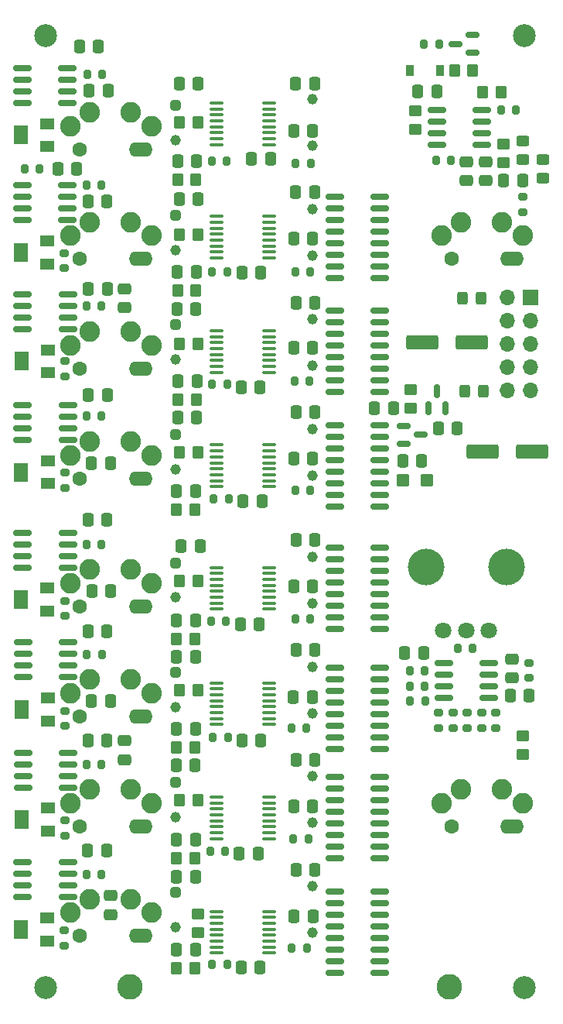
<source format=gbr>
%TF.GenerationSoftware,KiCad,Pcbnew,(6.0.1)*%
%TF.CreationDate,2023-02-18T17:41:42-08:00*%
%TF.ProjectId,pipes,70697065-732e-46b6-9963-61645f706362,rev?*%
%TF.SameCoordinates,Original*%
%TF.FileFunction,Soldermask,Bot*%
%TF.FilePolarity,Negative*%
%FSLAX46Y46*%
G04 Gerber Fmt 4.6, Leading zero omitted, Abs format (unit mm)*
G04 Created by KiCad (PCBNEW (6.0.1)) date 2023-02-18 17:41:42*
%MOMM*%
%LPD*%
G01*
G04 APERTURE LIST*
G04 Aperture macros list*
%AMRoundRect*
0 Rectangle with rounded corners*
0 $1 Rounding radius*
0 $2 $3 $4 $5 $6 $7 $8 $9 X,Y pos of 4 corners*
0 Add a 4 corners polygon primitive as box body*
4,1,4,$2,$3,$4,$5,$6,$7,$8,$9,$2,$3,0*
0 Add four circle primitives for the rounded corners*
1,1,$1+$1,$2,$3*
1,1,$1+$1,$4,$5*
1,1,$1+$1,$6,$7*
1,1,$1+$1,$8,$9*
0 Add four rect primitives between the rounded corners*
20,1,$1+$1,$2,$3,$4,$5,0*
20,1,$1+$1,$4,$5,$6,$7,0*
20,1,$1+$1,$6,$7,$8,$9,0*
20,1,$1+$1,$8,$9,$2,$3,0*%
G04 Aperture macros list end*
%ADD10R,1.600000X1.300000*%
%ADD11R,1.600000X2.000000*%
%ADD12RoundRect,0.200000X-0.275000X0.200000X-0.275000X-0.200000X0.275000X-0.200000X0.275000X0.200000X0*%
%ADD13RoundRect,0.200000X0.200000X0.275000X-0.200000X0.275000X-0.200000X-0.275000X0.200000X-0.275000X0*%
%ADD14RoundRect,0.100000X0.637500X0.100000X-0.637500X0.100000X-0.637500X-0.100000X0.637500X-0.100000X0*%
%ADD15R,0.900000X1.200000*%
%ADD16RoundRect,0.287500X-0.287500X-0.287500X0.287500X-0.287500X0.287500X0.287500X-0.287500X0.287500X0*%
%ADD17C,1.150000*%
%ADD18C,2.500000*%
%ADD19C,4.000000*%
%ADD20C,1.800000*%
%ADD21C,2.250000*%
%ADD22O,2.600000X1.600000*%
%ADD23C,1.600000*%
%ADD24RoundRect,0.150000X-0.587500X-0.150000X0.587500X-0.150000X0.587500X0.150000X-0.587500X0.150000X0*%
%ADD25RoundRect,0.250000X0.350000X0.450000X-0.350000X0.450000X-0.350000X-0.450000X0.350000X-0.450000X0*%
%ADD26RoundRect,0.150000X0.587500X0.150000X-0.587500X0.150000X-0.587500X-0.150000X0.587500X-0.150000X0*%
%ADD27RoundRect,0.250000X0.337500X0.475000X-0.337500X0.475000X-0.337500X-0.475000X0.337500X-0.475000X0*%
%ADD28RoundRect,0.250000X-0.337500X-0.475000X0.337500X-0.475000X0.337500X0.475000X-0.337500X0.475000X0*%
%ADD29RoundRect,0.200000X-0.200000X-0.275000X0.200000X-0.275000X0.200000X0.275000X-0.200000X0.275000X0*%
%ADD30RoundRect,0.250000X-0.450000X-0.425000X0.450000X-0.425000X0.450000X0.425000X-0.450000X0.425000X0*%
%ADD31RoundRect,0.250000X-0.450000X0.350000X-0.450000X-0.350000X0.450000X-0.350000X0.450000X0.350000X0*%
%ADD32RoundRect,0.150000X0.825000X0.150000X-0.825000X0.150000X-0.825000X-0.150000X0.825000X-0.150000X0*%
%ADD33RoundRect,0.250000X-1.500000X-0.550000X1.500000X-0.550000X1.500000X0.550000X-1.500000X0.550000X0*%
%ADD34C,2.800000*%
%ADD35RoundRect,0.150000X0.150000X-0.587500X0.150000X0.587500X-0.150000X0.587500X-0.150000X-0.587500X0*%
%ADD36RoundRect,0.250000X-0.475000X0.337500X-0.475000X-0.337500X0.475000X-0.337500X0.475000X0.337500X0*%
%ADD37RoundRect,0.250000X0.450000X-0.350000X0.450000X0.350000X-0.450000X0.350000X-0.450000X-0.350000X0*%
%ADD38RoundRect,0.250000X0.475000X-0.337500X0.475000X0.337500X-0.475000X0.337500X-0.475000X-0.337500X0*%
%ADD39R,1.700000X1.700000*%
%ADD40O,1.700000X1.700000*%
%ADD41RoundRect,0.200000X0.275000X-0.200000X0.275000X0.200000X-0.275000X0.200000X-0.275000X-0.200000X0*%
%ADD42RoundRect,0.250000X-0.450000X0.325000X-0.450000X-0.325000X0.450000X-0.325000X0.450000X0.325000X0*%
%ADD43RoundRect,0.250000X0.325000X0.450000X-0.325000X0.450000X-0.325000X-0.450000X0.325000X-0.450000X0*%
%ADD44RoundRect,0.250000X-0.350000X-0.450000X0.350000X-0.450000X0.350000X0.450000X-0.350000X0.450000X0*%
%ADD45RoundRect,0.250000X-0.325000X-0.450000X0.325000X-0.450000X0.325000X0.450000X-0.325000X0.450000X0*%
G04 APERTURE END LIST*
D10*
%TO.C,RV9*%
X44170000Y-103390000D03*
D11*
X41270000Y-104640000D03*
D10*
X44170000Y-105890000D03*
%TD*%
%TO.C,RV8*%
X44160000Y-139420000D03*
D11*
X41260000Y-140670000D03*
D10*
X44160000Y-141920000D03*
%TD*%
%TO.C,RV7*%
X44150000Y-65430000D03*
D11*
X41250000Y-66680000D03*
D10*
X44150000Y-67930000D03*
%TD*%
%TO.C,RV6*%
X44180000Y-89460000D03*
D11*
X41280000Y-90710000D03*
D10*
X44180000Y-91960000D03*
%TD*%
%TO.C,RV5*%
X44210000Y-127420000D03*
D11*
X41310000Y-128670000D03*
D10*
X44210000Y-129920000D03*
%TD*%
%TO.C,RV4*%
X44140000Y-52610000D03*
D11*
X41240000Y-53860000D03*
D10*
X44140000Y-55110000D03*
%TD*%
%TO.C,RV3*%
X44210000Y-77320000D03*
D11*
X41310000Y-78570000D03*
D10*
X44210000Y-79820000D03*
%TD*%
%TO.C,RV2*%
X44220000Y-115400000D03*
D11*
X41320000Y-116650000D03*
D10*
X44220000Y-117900000D03*
%TD*%
D12*
%TO.C,R67*%
X46050000Y-104775000D03*
X46050000Y-106425000D03*
%TD*%
%TO.C,R66*%
X46000000Y-140775000D03*
X46000000Y-142425000D03*
%TD*%
%TO.C,R61*%
X45974000Y-66739000D03*
X45974000Y-68389000D03*
%TD*%
%TO.C,R60*%
X46050000Y-90775000D03*
X46050000Y-92425000D03*
%TD*%
%TO.C,R59*%
X46050000Y-128775000D03*
X46050000Y-130425000D03*
%TD*%
D13*
%TO.C,R52*%
X43315000Y-57520000D03*
X41665000Y-57520000D03*
%TD*%
D12*
%TO.C,R51*%
X46060000Y-78575000D03*
X46060000Y-80225000D03*
%TD*%
%TO.C,R50*%
X46100000Y-116775000D03*
X46100000Y-118425000D03*
%TD*%
D13*
%TO.C,R39*%
X63725000Y-107000000D03*
X62075000Y-107000000D03*
%TD*%
%TO.C,R38*%
X63825000Y-144500000D03*
X62175000Y-144500000D03*
%TD*%
%TO.C,R31*%
X63625000Y-132100000D03*
X61975000Y-132100000D03*
%TD*%
%TO.C,R30*%
X63835000Y-68770000D03*
X62185000Y-68770000D03*
%TD*%
%TO.C,R29*%
X64025000Y-93600000D03*
X62375000Y-93600000D03*
%TD*%
%TO.C,R22*%
X63795000Y-56710000D03*
X62145000Y-56710000D03*
%TD*%
%TO.C,R21*%
X62175000Y-81100000D03*
X63825000Y-81100000D03*
%TD*%
%TO.C,R20*%
X63925000Y-119700000D03*
X62275000Y-119700000D03*
%TD*%
D14*
%TO.C,U17*%
X68422500Y-101125000D03*
X68422500Y-101775000D03*
X68422500Y-102425000D03*
X68422500Y-103075000D03*
X68422500Y-103725000D03*
X68422500Y-104375000D03*
X68422500Y-105025000D03*
X68422500Y-105675000D03*
X62697500Y-105675000D03*
X62697500Y-105025000D03*
X62697500Y-104375000D03*
X62697500Y-103725000D03*
X62697500Y-103075000D03*
X62697500Y-102425000D03*
X62697500Y-101775000D03*
X62697500Y-101125000D03*
%TD*%
%TO.C,U16*%
X68422500Y-138705000D03*
X68422500Y-139355000D03*
X68422500Y-140005000D03*
X68422500Y-140655000D03*
X68422500Y-141305000D03*
X68422500Y-141955000D03*
X68422500Y-142605000D03*
X68422500Y-143255000D03*
X62697500Y-143255000D03*
X62697500Y-142605000D03*
X62697500Y-141955000D03*
X62697500Y-141305000D03*
X62697500Y-140655000D03*
X62697500Y-140005000D03*
X62697500Y-139355000D03*
X62697500Y-138705000D03*
%TD*%
%TO.C,U12*%
X68422500Y-126205000D03*
X68422500Y-126855000D03*
X68422500Y-127505000D03*
X68422500Y-128155000D03*
X68422500Y-128805000D03*
X68422500Y-129455000D03*
X68422500Y-130105000D03*
X68422500Y-130755000D03*
X62697500Y-130755000D03*
X62697500Y-130105000D03*
X62697500Y-129455000D03*
X62697500Y-128805000D03*
X62697500Y-128155000D03*
X62697500Y-127505000D03*
X62697500Y-126855000D03*
X62697500Y-126205000D03*
%TD*%
%TO.C,U11*%
X68422500Y-62725000D03*
X68422500Y-63375000D03*
X68422500Y-64025000D03*
X68422500Y-64675000D03*
X68422500Y-65325000D03*
X68422500Y-65975000D03*
X68422500Y-66625000D03*
X68422500Y-67275000D03*
X62697500Y-67275000D03*
X62697500Y-66625000D03*
X62697500Y-65975000D03*
X62697500Y-65325000D03*
X62697500Y-64675000D03*
X62697500Y-64025000D03*
X62697500Y-63375000D03*
X62697500Y-62725000D03*
%TD*%
%TO.C,U10*%
X68422500Y-87725000D03*
X68422500Y-88375000D03*
X68422500Y-89025000D03*
X68422500Y-89675000D03*
X68422500Y-90325000D03*
X68422500Y-90975000D03*
X68422500Y-91625000D03*
X68422500Y-92275000D03*
X62697500Y-92275000D03*
X62697500Y-91625000D03*
X62697500Y-90975000D03*
X62697500Y-90325000D03*
X62697500Y-89675000D03*
X62697500Y-89025000D03*
X62697500Y-88375000D03*
X62697500Y-87725000D03*
%TD*%
%TO.C,U6*%
X68422500Y-50345000D03*
X68422500Y-50995000D03*
X68422500Y-51645000D03*
X68422500Y-52295000D03*
X68422500Y-52945000D03*
X68422500Y-53595000D03*
X68422500Y-54245000D03*
X68422500Y-54895000D03*
X62697500Y-54895000D03*
X62697500Y-54245000D03*
X62697500Y-53595000D03*
X62697500Y-52945000D03*
X62697500Y-52295000D03*
X62697500Y-51645000D03*
X62697500Y-50995000D03*
X62697500Y-50345000D03*
%TD*%
%TO.C,U5*%
X68422500Y-75225000D03*
X68422500Y-75875000D03*
X68422500Y-76525000D03*
X68422500Y-77175000D03*
X68422500Y-77825000D03*
X68422500Y-78475000D03*
X68422500Y-79125000D03*
X68422500Y-79775000D03*
X62697500Y-79775000D03*
X62697500Y-79125000D03*
X62697500Y-78475000D03*
X62697500Y-77825000D03*
X62697500Y-77175000D03*
X62697500Y-76525000D03*
X62697500Y-75875000D03*
X62697500Y-75225000D03*
%TD*%
%TO.C,U4*%
X68422500Y-113725000D03*
X68422500Y-114375000D03*
X68422500Y-115025000D03*
X68422500Y-115675000D03*
X68422500Y-116325000D03*
X68422500Y-116975000D03*
X68422500Y-117625000D03*
X68422500Y-118275000D03*
X62697500Y-118275000D03*
X62697500Y-117625000D03*
X62697500Y-116975000D03*
X62697500Y-116325000D03*
X62697500Y-115675000D03*
X62697500Y-115025000D03*
X62697500Y-114375000D03*
X62697500Y-113725000D03*
%TD*%
D15*
%TO.C,D5*%
X87137500Y-46780000D03*
X83837500Y-46780000D03*
%TD*%
D16*
%TO.C,U26*%
X58170000Y-124600000D03*
D17*
X58170000Y-128400000D03*
X73170000Y-123960000D03*
X73170000Y-129040000D03*
%TD*%
D18*
%TO.C,H2*%
X96400000Y-43000000D03*
%TD*%
D16*
%TO.C,U27*%
X58170000Y-86600000D03*
D17*
X58170000Y-90400000D03*
X73170000Y-85960000D03*
X73170000Y-91040000D03*
%TD*%
D16*
%TO.C,U21*%
X58170000Y-74600000D03*
D17*
X58170000Y-78400000D03*
X73170000Y-73960000D03*
X73170000Y-79040000D03*
%TD*%
D16*
%TO.C,U22*%
X58170000Y-50600000D03*
D17*
X58170000Y-54400000D03*
X73170000Y-49960000D03*
X73170000Y-55040000D03*
%TD*%
D19*
%TO.C,RV1*%
X94420000Y-101030000D03*
X85620000Y-101030000D03*
D20*
X92520000Y-108030000D03*
X90020000Y-108030000D03*
X87520000Y-108030000D03*
%TD*%
D16*
%TO.C,U20*%
X58170000Y-112600000D03*
D17*
X58170000Y-116400000D03*
X73170000Y-111960000D03*
X73170000Y-117040000D03*
%TD*%
D21*
%TO.C,J9*%
X46670000Y-88850000D03*
X55570000Y-88850000D03*
X48820000Y-87350000D03*
X53270000Y-87350000D03*
D22*
X54410000Y-91400000D03*
D23*
X47730000Y-91400000D03*
%TD*%
D16*
%TO.C,U28*%
X58170000Y-62600000D03*
D17*
X58170000Y-66400000D03*
X73170000Y-61960000D03*
X73170000Y-67040000D03*
%TD*%
D18*
%TO.C,H1*%
X44000000Y-43000000D03*
%TD*%
D16*
%TO.C,U33*%
X58170000Y-100600000D03*
D17*
X58170000Y-104400000D03*
X73170000Y-99960000D03*
X73170000Y-105040000D03*
%TD*%
D18*
%TO.C,H3*%
X96400000Y-147000000D03*
%TD*%
D16*
%TO.C,U32*%
X58170000Y-136600000D03*
D17*
X58170000Y-140400000D03*
X73170000Y-135960000D03*
X73170000Y-141040000D03*
%TD*%
D21*
%TO.C,J7*%
X46670000Y-52850000D03*
X55570000Y-52850000D03*
X48820000Y-51350000D03*
X53270000Y-51350000D03*
D22*
X54410000Y-55400000D03*
D23*
X47730000Y-55400000D03*
%TD*%
D18*
%TO.C,H4*%
X44000000Y-147000000D03*
%TD*%
D21*
%TO.C,J12*%
X46670000Y-102850000D03*
X55570000Y-102850000D03*
X48820000Y-101350000D03*
X53270000Y-101350000D03*
D22*
X54410000Y-105400000D03*
D23*
X47730000Y-105400000D03*
%TD*%
D21*
%TO.C,J5*%
X46670000Y-114850000D03*
X55570000Y-114850000D03*
X48820000Y-113350000D03*
X53270000Y-113350000D03*
D22*
X54410000Y-117400000D03*
D23*
X47730000Y-117400000D03*
%TD*%
D21*
%TO.C,J10*%
X46670000Y-64850000D03*
X55570000Y-64850000D03*
X48820000Y-63350000D03*
X53270000Y-63350000D03*
D22*
X54410000Y-67400000D03*
D23*
X47730000Y-67400000D03*
%TD*%
D21*
%TO.C,J4*%
X87320000Y-126850000D03*
X96220000Y-126850000D03*
X89470000Y-125350000D03*
X93920000Y-125350000D03*
D22*
X95060000Y-129400000D03*
D23*
X88380000Y-129400000D03*
%TD*%
D21*
%TO.C,J11*%
X46670000Y-138850000D03*
X55570000Y-138850000D03*
X48820000Y-137350000D03*
X53270000Y-137350000D03*
D22*
X54410000Y-141400000D03*
D23*
X47730000Y-141400000D03*
%TD*%
D21*
%TO.C,J1*%
X87320000Y-64850000D03*
X96220000Y-64850000D03*
X89470000Y-63350000D03*
X93920000Y-63350000D03*
D22*
X95060000Y-67400000D03*
D23*
X88380000Y-67400000D03*
%TD*%
D21*
%TO.C,J8*%
X46670000Y-126850000D03*
X55570000Y-126850000D03*
X48820000Y-125350000D03*
X53270000Y-125350000D03*
D22*
X54410000Y-129400000D03*
D23*
X47730000Y-129400000D03*
%TD*%
D21*
%TO.C,J6*%
X46670000Y-76850000D03*
X55570000Y-76850000D03*
X48820000Y-75350000D03*
X53270000Y-75350000D03*
D22*
X54410000Y-79400000D03*
D23*
X47730000Y-79400000D03*
%TD*%
D24*
%TO.C,U3*%
X83132500Y-87560000D03*
X83132500Y-85660000D03*
X85007500Y-86610000D03*
%TD*%
D25*
%TO.C,R36*%
X60650000Y-126550000D03*
X58650000Y-126550000D03*
%TD*%
D26*
%TO.C,Q2*%
X90737500Y-42930000D03*
X90737500Y-44830000D03*
X88862500Y-43880000D03*
%TD*%
D27*
%TO.C,C8*%
X85347500Y-110490000D03*
X83272500Y-110490000D03*
%TD*%
D28*
%TO.C,C28*%
X65262500Y-107300000D03*
X67337500Y-107300000D03*
%TD*%
D27*
%TO.C,C9*%
X96917500Y-115120000D03*
X94842500Y-115120000D03*
%TD*%
D29*
%TO.C,R63*%
X48425000Y-134650000D03*
X50075000Y-134650000D03*
%TD*%
D12*
%TO.C,R14*%
X88570000Y-117005000D03*
X88570000Y-118655000D03*
%TD*%
D27*
%TO.C,C40*%
X60387500Y-110900000D03*
X58312500Y-110900000D03*
%TD*%
D29*
%TO.C,R47*%
X48445000Y-72520000D03*
X50095000Y-72520000D03*
%TD*%
D25*
%TO.C,R32*%
X60650000Y-88550000D03*
X58650000Y-88550000D03*
%TD*%
D27*
%TO.C,C57*%
X50697500Y-61060000D03*
X48622500Y-61060000D03*
%TD*%
D28*
%TO.C,C64*%
X48612500Y-108120000D03*
X50687500Y-108120000D03*
%TD*%
D12*
%TO.C,R13*%
X86990000Y-117005000D03*
X86990000Y-118655000D03*
%TD*%
D28*
%TO.C,C52*%
X71150000Y-139250000D03*
X73225000Y-139250000D03*
%TD*%
D27*
%TO.C,C36*%
X73467500Y-84140000D03*
X71392500Y-84140000D03*
%TD*%
D25*
%TO.C,R28*%
X60420000Y-58770000D03*
X58420000Y-58770000D03*
%TD*%
D30*
%TO.C,C12*%
X83050000Y-91620000D03*
X85750000Y-91620000D03*
%TD*%
D28*
%TO.C,C27*%
X65362500Y-144800000D03*
X67437500Y-144800000D03*
%TD*%
%TO.C,C10*%
X83042500Y-89460000D03*
X85117500Y-89460000D03*
%TD*%
%TO.C,C54*%
X47652500Y-44170000D03*
X49727500Y-44170000D03*
%TD*%
D27*
%TO.C,C1*%
X82037500Y-83730000D03*
X79962500Y-83730000D03*
%TD*%
D31*
%TO.C,R7*%
X84480000Y-51200000D03*
X84480000Y-53200000D03*
%TD*%
D29*
%TO.C,R65*%
X48455000Y-98580000D03*
X50105000Y-98580000D03*
%TD*%
D27*
%TO.C,C41*%
X60337500Y-122750000D03*
X58262500Y-122750000D03*
%TD*%
D32*
%TO.C,U19*%
X80585000Y-98955000D03*
X80585000Y-100225000D03*
X80585000Y-101495000D03*
X80585000Y-102765000D03*
X80585000Y-104035000D03*
X80585000Y-105305000D03*
X80585000Y-106575000D03*
X80585000Y-107845000D03*
X75635000Y-107845000D03*
X75635000Y-106575000D03*
X75635000Y-105305000D03*
X75635000Y-104035000D03*
X75635000Y-102765000D03*
X75635000Y-101495000D03*
X75635000Y-100225000D03*
X75635000Y-98955000D03*
%TD*%
D27*
%TO.C,C23*%
X60387500Y-92800000D03*
X58312500Y-92800000D03*
%TD*%
D33*
%TO.C,C3*%
X91820000Y-88430000D03*
X97220000Y-88430000D03*
%TD*%
D34*
%TO.C,TP1*%
X88170000Y-146950000D03*
%TD*%
D25*
%TO.C,R43*%
X60300000Y-108900000D03*
X58300000Y-108900000D03*
%TD*%
D27*
%TO.C,C42*%
X73447500Y-110140000D03*
X71372500Y-110140000D03*
%TD*%
D28*
%TO.C,C56*%
X45292500Y-57530000D03*
X47367500Y-57530000D03*
%TD*%
D27*
%TO.C,C26*%
X60657500Y-48230000D03*
X58582500Y-48230000D03*
%TD*%
%TO.C,C61*%
X51070000Y-89700000D03*
X48995000Y-89700000D03*
%TD*%
D28*
%TO.C,C15*%
X65362500Y-81400000D03*
X67437500Y-81400000D03*
%TD*%
D29*
%TO.C,R46*%
X71225000Y-80750000D03*
X72875000Y-80750000D03*
%TD*%
D25*
%TO.C,R41*%
X60300000Y-144950000D03*
X58300000Y-144950000D03*
%TD*%
D28*
%TO.C,C20*%
X65562500Y-93900000D03*
X67637500Y-93900000D03*
%TD*%
D35*
%TO.C,Q1*%
X87740000Y-83687500D03*
X85840000Y-83687500D03*
X86790000Y-81812500D03*
%TD*%
D31*
%TO.C,R19*%
X96220000Y-119560000D03*
X96220000Y-121560000D03*
%TD*%
D36*
%TO.C,C59*%
X52600000Y-70635000D03*
X52600000Y-72710000D03*
%TD*%
D27*
%TO.C,C31*%
X60407500Y-72890000D03*
X58332500Y-72890000D03*
%TD*%
%TO.C,C55*%
X50807500Y-48980000D03*
X48732500Y-48980000D03*
%TD*%
D28*
%TO.C,C48*%
X71122500Y-53380000D03*
X73197500Y-53380000D03*
%TD*%
D29*
%TO.C,R53*%
X71075000Y-130750000D03*
X72725000Y-130750000D03*
%TD*%
D37*
%TO.C,R1*%
X83930000Y-83670000D03*
X83930000Y-81670000D03*
%TD*%
D32*
%TO.C,U31*%
X46375000Y-59355000D03*
X46375000Y-60625000D03*
X46375000Y-61895000D03*
X46375000Y-63165000D03*
X41425000Y-63165000D03*
X41425000Y-61895000D03*
X41425000Y-60625000D03*
X41425000Y-59355000D03*
%TD*%
D29*
%TO.C,R45*%
X48475000Y-110600000D03*
X50125000Y-110600000D03*
%TD*%
D12*
%TO.C,R2*%
X96220000Y-60595000D03*
X96220000Y-62245000D03*
%TD*%
D13*
%TO.C,R12*%
X85505000Y-115750000D03*
X83855000Y-115750000D03*
%TD*%
D25*
%TO.C,R26*%
X60450000Y-82750000D03*
X58450000Y-82750000D03*
%TD*%
D28*
%TO.C,C14*%
X65462500Y-120000000D03*
X67537500Y-120000000D03*
%TD*%
D34*
%TO.C,TP2*%
X53230000Y-146950000D03*
%TD*%
D32*
%TO.C,U13*%
X80585000Y-85555000D03*
X80585000Y-86825000D03*
X80585000Y-88095000D03*
X80585000Y-89365000D03*
X80585000Y-90635000D03*
X80585000Y-91905000D03*
X80585000Y-93175000D03*
X80585000Y-94445000D03*
X75635000Y-94445000D03*
X75635000Y-93175000D03*
X75635000Y-91905000D03*
X75635000Y-90635000D03*
X75635000Y-89365000D03*
X75635000Y-88095000D03*
X75635000Y-86825000D03*
X75635000Y-85555000D03*
%TD*%
D29*
%TO.C,R49*%
X48535000Y-47210000D03*
X50185000Y-47210000D03*
%TD*%
D32*
%TO.C,U30*%
X46405000Y-83335000D03*
X46405000Y-84605000D03*
X46405000Y-85875000D03*
X46405000Y-87145000D03*
X41455000Y-87145000D03*
X41455000Y-85875000D03*
X41455000Y-84605000D03*
X41455000Y-83335000D03*
%TD*%
D37*
%TO.C,R3*%
X94110000Y-56840000D03*
X94110000Y-54840000D03*
%TD*%
D27*
%TO.C,C44*%
X60387500Y-134900000D03*
X58312500Y-134900000D03*
%TD*%
D28*
%TO.C,C62*%
X48592500Y-95870000D03*
X50667500Y-95870000D03*
%TD*%
D29*
%TO.C,R62*%
X70925000Y-142750000D03*
X72575000Y-142750000D03*
%TD*%
D31*
%TO.C,R40*%
X60650000Y-139000000D03*
X60650000Y-141000000D03*
%TD*%
D25*
%TO.C,R34*%
X60650000Y-64700000D03*
X58650000Y-64700000D03*
%TD*%
D29*
%TO.C,R44*%
X70875000Y-118700000D03*
X72525000Y-118700000D03*
%TD*%
D25*
%TO.C,R8*%
X90730000Y-46800000D03*
X88730000Y-46800000D03*
%TD*%
D32*
%TO.C,U18*%
X80585000Y-136535000D03*
X80585000Y-137805000D03*
X80585000Y-139075000D03*
X80585000Y-140345000D03*
X80585000Y-141615000D03*
X80585000Y-142885000D03*
X80585000Y-144155000D03*
X80585000Y-145425000D03*
X75635000Y-145425000D03*
X75635000Y-144155000D03*
X75635000Y-142885000D03*
X75635000Y-141615000D03*
X75635000Y-140345000D03*
X75635000Y-139075000D03*
X75635000Y-137805000D03*
X75635000Y-136535000D03*
%TD*%
D25*
%TO.C,R27*%
X60650000Y-52500000D03*
X58650000Y-52500000D03*
%TD*%
D28*
%TO.C,C58*%
X48642500Y-70680000D03*
X50717500Y-70680000D03*
%TD*%
D38*
%TO.C,C7*%
X90060000Y-58827500D03*
X90060000Y-56752500D03*
%TD*%
D27*
%TO.C,C65*%
X51057500Y-115710000D03*
X48982500Y-115710000D03*
%TD*%
D28*
%TO.C,C60*%
X48662500Y-82240000D03*
X50737500Y-82240000D03*
%TD*%
D36*
%TO.C,C11*%
X92110000Y-56742500D03*
X92110000Y-58817500D03*
%TD*%
D39*
%TO.C,J2*%
X97085000Y-71635000D03*
D40*
X94545000Y-71635000D03*
X97085000Y-74175000D03*
X94545000Y-74175000D03*
X97085000Y-76715000D03*
X94545000Y-76715000D03*
X97085000Y-79255000D03*
X94545000Y-79255000D03*
X97085000Y-81795000D03*
X94545000Y-81795000D03*
%TD*%
D27*
%TO.C,C6*%
X86780000Y-49110000D03*
X84705000Y-49110000D03*
%TD*%
D29*
%TO.C,R18*%
X89095000Y-109930000D03*
X90745000Y-109930000D03*
%TD*%
D27*
%TO.C,C25*%
X60387500Y-130900000D03*
X58312500Y-130900000D03*
%TD*%
%TO.C,C63*%
X51087500Y-103710000D03*
X49012500Y-103710000D03*
%TD*%
%TO.C,C29*%
X73407500Y-48190000D03*
X71332500Y-48190000D03*
%TD*%
D29*
%TO.C,R55*%
X71275000Y-92700000D03*
X72925000Y-92700000D03*
%TD*%
D32*
%TO.C,U14*%
X80585000Y-124035000D03*
X80585000Y-125305000D03*
X80585000Y-126575000D03*
X80585000Y-127845000D03*
X80585000Y-129115000D03*
X80585000Y-130385000D03*
X80585000Y-131655000D03*
X80585000Y-132925000D03*
X75635000Y-132925000D03*
X75635000Y-131655000D03*
X75635000Y-130385000D03*
X75635000Y-129115000D03*
X75635000Y-127845000D03*
X75635000Y-126575000D03*
X75635000Y-125305000D03*
X75635000Y-124035000D03*
%TD*%
D28*
%TO.C,C50*%
X71112500Y-89250000D03*
X73187500Y-89250000D03*
%TD*%
%TO.C,C18*%
X58462500Y-80750000D03*
X60537500Y-80750000D03*
%TD*%
%TO.C,C49*%
X71112500Y-127250000D03*
X73187500Y-127250000D03*
%TD*%
D29*
%TO.C,R48*%
X71355000Y-56910000D03*
X73005000Y-56910000D03*
%TD*%
D27*
%TO.C,C38*%
X60387500Y-106900000D03*
X58312500Y-106900000D03*
%TD*%
D32*
%TO.C,U1*%
X91725000Y-51105000D03*
X91725000Y-52375000D03*
X91725000Y-53645000D03*
X91725000Y-54915000D03*
X86775000Y-54915000D03*
X86775000Y-53645000D03*
X86775000Y-52375000D03*
X86775000Y-51105000D03*
%TD*%
D27*
%TO.C,C33*%
X60487500Y-84750000D03*
X58412500Y-84750000D03*
%TD*%
D28*
%TO.C,C66*%
X48592500Y-120050000D03*
X50667500Y-120050000D03*
%TD*%
%TO.C,C19*%
X58412500Y-56720000D03*
X60487500Y-56720000D03*
%TD*%
D29*
%TO.C,R54*%
X48425000Y-122650000D03*
X50075000Y-122650000D03*
%TD*%
D27*
%TO.C,C45*%
X73457500Y-134130000D03*
X71382500Y-134130000D03*
%TD*%
D28*
%TO.C,C21*%
X65442500Y-68860000D03*
X67517500Y-68860000D03*
%TD*%
D29*
%TO.C,R57*%
X71275000Y-68800000D03*
X72925000Y-68800000D03*
%TD*%
D28*
%TO.C,C51*%
X71122500Y-65140000D03*
X73197500Y-65140000D03*
%TD*%
D27*
%TO.C,C34*%
X73467500Y-72160000D03*
X71392500Y-72160000D03*
%TD*%
D28*
%TO.C,C22*%
X65162500Y-132400000D03*
X67237500Y-132400000D03*
%TD*%
D25*
%TO.C,R35*%
X60410000Y-70850000D03*
X58410000Y-70850000D03*
%TD*%
D28*
%TO.C,C24*%
X58392500Y-68790000D03*
X60467500Y-68790000D03*
%TD*%
D25*
%TO.C,R42*%
X60650000Y-102550000D03*
X58650000Y-102550000D03*
%TD*%
D41*
%TO.C,R68*%
X96900000Y-113175000D03*
X96900000Y-111525000D03*
%TD*%
D13*
%TO.C,R11*%
X85495000Y-114100000D03*
X83845000Y-114100000D03*
%TD*%
D25*
%TO.C,R33*%
X60300000Y-94800000D03*
X58300000Y-94800000D03*
%TD*%
D13*
%TO.C,R4*%
X95465000Y-51070000D03*
X93815000Y-51070000D03*
%TD*%
D27*
%TO.C,C30*%
X60657500Y-60810000D03*
X58582500Y-60810000D03*
%TD*%
D32*
%TO.C,U25*%
X46375000Y-46545000D03*
X46375000Y-47815000D03*
X46375000Y-49085000D03*
X46375000Y-50355000D03*
X41425000Y-50355000D03*
X41425000Y-49085000D03*
X41425000Y-47815000D03*
X41425000Y-46545000D03*
%TD*%
D42*
%TO.C,D2*%
X98430000Y-56507500D03*
X98430000Y-58557500D03*
%TD*%
D29*
%TO.C,R9*%
X85385000Y-43880000D03*
X87035000Y-43880000D03*
%TD*%
D32*
%TO.C,U29*%
X46425000Y-121355000D03*
X46425000Y-122625000D03*
X46425000Y-123895000D03*
X46425000Y-125165000D03*
X41475000Y-125165000D03*
X41475000Y-123895000D03*
X41475000Y-122625000D03*
X41475000Y-121355000D03*
%TD*%
D25*
%TO.C,R23*%
X60650000Y-114550000D03*
X58650000Y-114550000D03*
%TD*%
D28*
%TO.C,C2*%
X86942500Y-85920000D03*
X89017500Y-85920000D03*
%TD*%
D27*
%TO.C,C17*%
X60387500Y-118750000D03*
X58312500Y-118750000D03*
%TD*%
D28*
%TO.C,C16*%
X66502500Y-56460000D03*
X68577500Y-56460000D03*
%TD*%
D36*
%TO.C,C67*%
X52600000Y-120042500D03*
X52600000Y-122117500D03*
%TD*%
D27*
%TO.C,C39*%
X73467500Y-98110000D03*
X71392500Y-98110000D03*
%TD*%
D25*
%TO.C,R37*%
X60300000Y-132900000D03*
X58300000Y-132900000D03*
%TD*%
D32*
%TO.C,U8*%
X80585000Y-73055000D03*
X80585000Y-74325000D03*
X80585000Y-75595000D03*
X80585000Y-76865000D03*
X80585000Y-78135000D03*
X80585000Y-79405000D03*
X80585000Y-80675000D03*
X80585000Y-81945000D03*
X75635000Y-81945000D03*
X75635000Y-80675000D03*
X75635000Y-79405000D03*
X75635000Y-78135000D03*
X75635000Y-76865000D03*
X75635000Y-75595000D03*
X75635000Y-74325000D03*
X75635000Y-73055000D03*
%TD*%
D28*
%TO.C,C47*%
X71142500Y-77120000D03*
X73217500Y-77120000D03*
%TD*%
D27*
%TO.C,C5*%
X96187500Y-58800000D03*
X94112500Y-58800000D03*
%TD*%
D25*
%TO.C,R25*%
X60650000Y-76700000D03*
X58650000Y-76700000D03*
%TD*%
D12*
%TO.C,R16*%
X91700000Y-116995000D03*
X91700000Y-118645000D03*
%TD*%
D29*
%TO.C,R58*%
X48435000Y-59320000D03*
X50085000Y-59320000D03*
%TD*%
D13*
%TO.C,R10*%
X85495000Y-112410000D03*
X83845000Y-112410000D03*
%TD*%
D27*
%TO.C,C43*%
X73467500Y-122110000D03*
X71392500Y-122110000D03*
%TD*%
D32*
%TO.C,U24*%
X46417000Y-71247000D03*
X46417000Y-72517000D03*
X46417000Y-73787000D03*
X46417000Y-75057000D03*
X41467000Y-75057000D03*
X41467000Y-73787000D03*
X41467000Y-72517000D03*
X41467000Y-71247000D03*
%TD*%
D38*
%TO.C,C69*%
X51050000Y-139037500D03*
X51050000Y-136962500D03*
%TD*%
D12*
%TO.C,R17*%
X93280000Y-116995000D03*
X93280000Y-118645000D03*
%TD*%
D43*
%TO.C,D3*%
X91642500Y-71650000D03*
X89592500Y-71650000D03*
%TD*%
D27*
%TO.C,C37*%
X60387500Y-142910000D03*
X58312500Y-142910000D03*
%TD*%
D44*
%TO.C,R5*%
X91810000Y-49180000D03*
X93810000Y-49180000D03*
%TD*%
D28*
%TO.C,C46*%
X71062500Y-115250000D03*
X73137500Y-115250000D03*
%TD*%
D27*
%TO.C,C35*%
X60887500Y-98800000D03*
X58812500Y-98800000D03*
%TD*%
D45*
%TO.C,D4*%
X89827500Y-81810000D03*
X91877500Y-81810000D03*
%TD*%
D32*
%TO.C,U7*%
X80585000Y-112055000D03*
X80585000Y-113325000D03*
X80585000Y-114595000D03*
X80585000Y-115865000D03*
X80585000Y-117135000D03*
X80585000Y-118405000D03*
X80585000Y-119675000D03*
X80585000Y-120945000D03*
X75635000Y-120945000D03*
X75635000Y-119675000D03*
X75635000Y-118405000D03*
X75635000Y-117135000D03*
X75635000Y-115865000D03*
X75635000Y-114595000D03*
X75635000Y-113325000D03*
X75635000Y-112055000D03*
%TD*%
%TO.C,U35*%
X46405000Y-97315000D03*
X46405000Y-98585000D03*
X46405000Y-99855000D03*
X46405000Y-101125000D03*
X41455000Y-101125000D03*
X41455000Y-99855000D03*
X41455000Y-98585000D03*
X41455000Y-97315000D03*
%TD*%
D29*
%TO.C,R64*%
X71275000Y-106700000D03*
X72925000Y-106700000D03*
%TD*%
D32*
%TO.C,U34*%
X46385000Y-133345000D03*
X46385000Y-134615000D03*
X46385000Y-135885000D03*
X46385000Y-137155000D03*
X41435000Y-137155000D03*
X41435000Y-135885000D03*
X41435000Y-134615000D03*
X41435000Y-133345000D03*
%TD*%
D28*
%TO.C,C68*%
X48552500Y-132050000D03*
X50627500Y-132050000D03*
%TD*%
D36*
%TO.C,C13*%
X95010000Y-111102500D03*
X95010000Y-113177500D03*
%TD*%
D33*
%TO.C,C4*%
X85200000Y-76510000D03*
X90600000Y-76510000D03*
%TD*%
D32*
%TO.C,U2*%
X92485000Y-111595000D03*
X92485000Y-112865000D03*
X92485000Y-114135000D03*
X92485000Y-115405000D03*
X87535000Y-115405000D03*
X87535000Y-114135000D03*
X87535000Y-112865000D03*
X87535000Y-111595000D03*
%TD*%
D12*
%TO.C,R15*%
X90140000Y-117005000D03*
X90140000Y-118655000D03*
%TD*%
D28*
%TO.C,C53*%
X71112500Y-103150000D03*
X73187500Y-103150000D03*
%TD*%
D25*
%TO.C,R24*%
X60300000Y-120750000D03*
X58300000Y-120750000D03*
%TD*%
D32*
%TO.C,U15*%
X80585000Y-60555000D03*
X80585000Y-61825000D03*
X80585000Y-63095000D03*
X80585000Y-64365000D03*
X80585000Y-65635000D03*
X80585000Y-66905000D03*
X80585000Y-68175000D03*
X80585000Y-69445000D03*
X75635000Y-69445000D03*
X75635000Y-68175000D03*
X75635000Y-66905000D03*
X75635000Y-65635000D03*
X75635000Y-64365000D03*
X75635000Y-63095000D03*
X75635000Y-61825000D03*
X75635000Y-60555000D03*
%TD*%
%TO.C,U23*%
X46445000Y-109315000D03*
X46445000Y-110585000D03*
X46445000Y-111855000D03*
X46445000Y-113125000D03*
X41495000Y-113125000D03*
X41495000Y-111855000D03*
X41495000Y-110585000D03*
X41495000Y-109315000D03*
%TD*%
D29*
%TO.C,R6*%
X86685000Y-56650000D03*
X88335000Y-56650000D03*
%TD*%
D42*
%TO.C,D1*%
X96190000Y-54480000D03*
X96190000Y-56530000D03*
%TD*%
D27*
%TO.C,C32*%
X73407500Y-60060000D03*
X71332500Y-60060000D03*
%TD*%
D29*
%TO.C,R56*%
X48455000Y-84590000D03*
X50105000Y-84590000D03*
%TD*%
M02*

</source>
